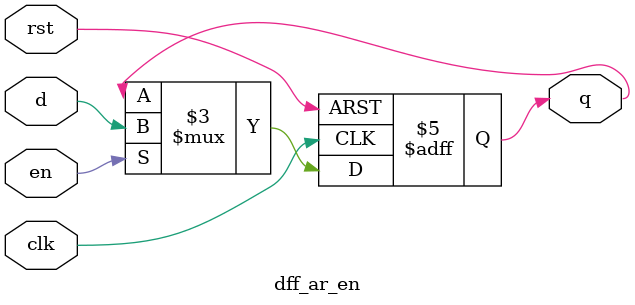
<source format=v>
module dff_ar_en(
    input d,
    input clk,
    input rst,
    input en,
    output reg q);
    
always @(posedge clk, negedge rst) begin
   if (!rst)
        q <= 1'b0;
    else  if(en)
        q <= d;
end
endmodule

</source>
